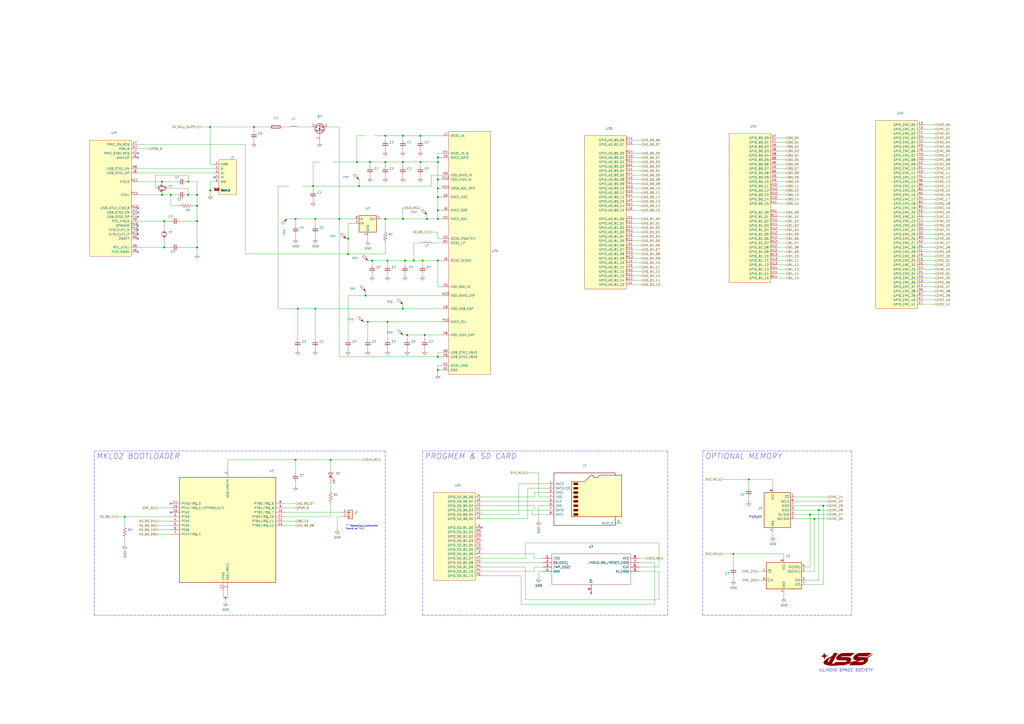
<source format=kicad_sch>
(kicad_sch (version 20211123) (generator eeschema)
  (paper "A2")
  (title_block (title "TARS - MK2 Hyrbid Microcontroller Schematic") (date "2021-01-11") (rev "A"))
  (junction (at 234.95 151.13))
  (junction (at 201.93 138.43))
  (junction (at 477.52 293.37))
  (junction (at 208.28 107.95))
  (junction (at 233.68 78.74))
  (junction (at 182.88 127))
  (junction (at 254 151.13))
  (junction (at 469.9 298.45))
  (junction (at 254 109.22))
  (junction (at 121.92 73.66))
  (junction (at 223.52 127))
  (junction (at 181.61 107.95))
  (junction (at 254 114.3))
  (junction (at 245.11 151.13))
  (junction (at 214.63 93.98))
  (junction (at 191.77 266.7))
  (junction (at 207.01 93.98))
  (junction (at 243.84 78.74))
  (junction (at 109.22 113.03))
  (junction (at 213.36 186.69))
  (junction (at 95.25 128.27))
  (junction (at 121.92 110.49))
  (junction (at 114.3 113.03))
  (junction (at 223.52 93.98))
  (junction (at 114.3 119.38))
  (junction (at 95.25 143.51))
  (junction (at 224.79 186.69))
  (junction (at 212.09 171.45))
  (junction (at 171.45 127))
  (junction (at 254 214.63))
  (junction (at 224.79 151.13))
  (junction (at 254 207.01))
  (junction (at 472.44 300.99))
  (junction (at 171.45 266.7))
  (junction (at 93.98 113.03))
  (junction (at 196.85 127))
  (junction (at 236.22 194.31))
  (junction (at 425.45 321.31))
  (junction (at 109.22 105.41))
  (junction (at 72.39 299.72))
  (junction (at 93.98 105.41))
  (junction (at 182.88 179.07))
  (junction (at 254 127))
  (junction (at 99.06 113.03))
  (junction (at 246.38 194.31))
  (junction (at 130.81 346.71))
  (junction (at 254 91.44))
  (junction (at 434.34 278.13))
  (junction (at 223.52 78.74))
  (junction (at 114.3 128.27))
  (junction (at 247.65 127))
  (junction (at 233.68 127))
  (junction (at 243.84 93.98))
  (junction (at 254 93.98))
  (junction (at 233.68 179.07))
  (junction (at 147.32 73.66))
  (junction (at 201.93 147.32))
  (junction (at 114.3 143.51))
  (junction (at 254 104.14))
  (junction (at 233.68 93.98))
  (junction (at 474.98 295.91))
  (junction (at 172.72 179.07))
  (junction (at 254 121.92))
  (junction (at 215.9 151.13))
  (junction (at 240.03 151.13))
  (no_connect (at 99.06 292.1))
  (no_connect (at 80.01 146.05))
  (no_connect (at 80.01 133.35))
  (no_connect (at 80.01 123.19))
  (no_connect (at 124.46 102.87))
  (no_connect (at 80.01 125.73))
  (no_connect (at 80.01 91.44))
  (no_connect (at 80.01 135.89))
  (no_connect (at 80.01 88.9))
  (no_connect (at 342.9 344.17))
  (no_connect (at 99.06 297.18))
  (no_connect (at 80.01 120.65))
  (no_connect (at 80.01 138.43))
  (no_connect (at 80.01 130.81))
  (no_connect (at 279.4 306.07))
  (wire (pts (xy 223.52 127) (xy 233.68 127)))
  (wire (pts (xy 256.54 91.44) (xy 254 91.44)))
  (wire (pts (xy 121.92 110.49) (xy 124.46 110.49)))
  (wire (pts (xy 240.03 140.97) (xy 240.03 151.13)))
  (wire (pts (xy 196.85 207.01) (xy 254 207.01)))
  (wire (pts (xy 535.94 158.75) (xy 542.29 158.75)))
  (wire (pts (xy 171.45 135.89) (xy 171.45 138.43)))
  (wire (pts (xy 246.38 196.85) (xy 246.38 194.31)))
  (wire (pts (xy 223.52 101.6) (xy 223.52 102.87)))
  (wire (pts (xy 205.74 129.54) (xy 201.93 129.54)))
  (wire (pts (xy 195.58 299.72) (xy 195.58 307.34)))
  (wire (pts (xy 124.46 105.41) (xy 121.92 105.41)))
  (wire (pts (xy 382.27 347.98) (xy 304.8 347.98)))
  (wire (pts (xy 379.73 326.39) (xy 379.73 350.52)))
  (wire (pts (xy 367.03 147.32) (xy 372.11 147.32)))
  (wire (pts (xy 90.17 109.22) (xy 91.44 109.22)))
  (wire (pts (xy 450.85 90.17) (xy 455.93 90.17)))
  (wire (pts (xy 535.94 153.67) (xy 542.29 153.67)))
  (wire (pts (xy 535.94 118.11) (xy 542.29 118.11)))
  (wire (pts (xy 454.66 346.71) (xy 454.66 344.17)))
  (wire (pts (xy 121.92 110.49) (xy 121.92 113.03)))
  (wire (pts (xy 213.36 186.69) (xy 224.79 186.69)))
  (wire (pts (xy 130.81 346.71) (xy 132.08 346.71)))
  (wire (pts (xy 450.85 135.89) (xy 455.93 135.89)))
  (wire (pts (xy 304.8 323.85) (xy 279.4 323.85)))
  (wire (pts (xy 181.61 93.98) (xy 181.61 107.95)))
  (wire (pts (xy 93.98 113.03) (xy 99.06 113.03)))
  (wire (pts (xy 279.4 300.99) (xy 306.07 300.99)))
  (wire (pts (xy 367.03 165.1) (xy 372.11 165.1)))
  (wire (pts (xy 114.3 143.51) (xy 114.3 147.32)))
  (wire (pts (xy 243.84 93.98) (xy 233.68 93.98)))
  (wire (pts (xy 147.32 76.2) (xy 147.32 73.66)))
  (wire (pts (xy 425.45 328.93) (xy 425.45 321.31)))
  (wire (pts (xy 256.54 114.3) (xy 254 114.3)))
  (wire (pts (xy 220.98 127) (xy 223.52 127)))
  (wire (pts (xy 107.95 105.41) (xy 109.22 105.41)))
  (wire (pts (xy 121.92 73.66) (xy 147.32 73.66)))
  (wire (pts (xy 233.68 93.98) (xy 223.52 93.98)))
  (wire (pts (xy 535.94 107.95) (xy 542.29 107.95)))
  (wire (pts (xy 254 214.63) (xy 256.54 214.63)))
  (wire (pts (xy 109.22 105.41) (xy 114.3 105.41)))
  (wire (pts (xy 535.94 166.37) (xy 542.29 166.37)))
  (wire (pts (xy 367.03 160.02) (xy 372.11 160.02)))
  (wire (pts (xy 535.94 125.73) (xy 542.29 125.73)))
  (wire (pts (xy 68.58 299.72) (xy 72.39 299.72)))
  (wire (pts (xy 236.22 201.93) (xy 236.22 203.2)))
  (wire (pts (xy 109.22 113.03) (xy 107.95 113.03)))
  (wire (pts (xy 450.85 107.95) (xy 455.93 107.95)))
  (wire (pts (xy 304.8 314.96) (xy 304.8 323.85)))
  (wire (pts (xy 370.84 326.39) (xy 379.73 326.39)))
  (wire (pts (xy 201.93 129.54) (xy 201.93 138.43)))
  (wire (pts (xy 450.85 82.55) (xy 455.93 82.55)))
  (wire (pts (xy 256.54 186.69) (xy 224.79 186.69)))
  (polyline (pts (xy 245.11 356.87) (xy 387.35 356.87)))
  (wire (pts (xy 246.38 201.93) (xy 246.38 203.2)))
  (wire (pts (xy 165.1 297.18) (xy 198.12 297.18)))
  (wire (pts (xy 132.08 266.7) (xy 171.45 266.7)))
  (wire (pts (xy 91.44 307.34) (xy 99.06 307.34)))
  (wire (pts (xy 309.88 288.29) (xy 309.88 285.75)))
  (wire (pts (xy 367.03 127) (xy 372.11 127)))
  (wire (pts (xy 472.44 331.47) (xy 472.44 300.99)))
  (wire (pts (xy 80.01 105.41) (xy 93.98 105.41)))
  (wire (pts (xy 161.29 107.95) (xy 161.29 179.07)))
  (wire (pts (xy 223.52 140.97) (xy 223.52 147.32)))
  (wire (pts (xy 450.85 143.51) (xy 455.93 143.51)))
  (wire (pts (xy 132.08 346.71) (xy 132.08 342.9)))
  (wire (pts (xy 99.06 128.27) (xy 95.25 128.27)))
  (wire (pts (xy 535.94 102.87) (xy 542.29 102.87)))
  (wire (pts (xy 425.45 321.31) (xy 454.66 321.31)))
  (wire (pts (xy 450.85 138.43) (xy 455.93 138.43)))
  (wire (pts (xy 245.11 158.75) (xy 245.11 160.02)))
  (wire (pts (xy 182.88 179.07) (xy 233.68 179.07)))
  (wire (pts (xy 256.54 88.9) (xy 254 88.9)))
  (wire (pts (xy 210.82 266.7) (xy 191.77 266.7)))
  (wire (pts (xy 201.93 138.43) (xy 201.93 147.32)))
  (wire (pts (xy 467.36 336.55) (xy 474.98 336.55)))
  (wire (pts (xy 367.03 106.68) (xy 372.11 106.68)))
  (wire (pts (xy 382.27 314.96) (xy 304.8 314.96)))
  (wire (pts (xy 535.94 123.19) (xy 542.29 123.19)))
  (wire (pts (xy 535.94 146.05) (xy 542.29 146.05)))
  (polyline (pts (xy 387.35 261.62) (xy 245.11 261.62)))
  (wire (pts (xy 367.03 88.9) (xy 372.11 88.9)))
  (wire (pts (xy 236.22 196.85) (xy 236.22 194.31)))
  (wire (pts (xy 370.84 323.85) (xy 374.65 323.85)))
  (wire (pts (xy 191.77 271.78) (xy 191.77 266.7)))
  (wire (pts (xy 367.03 96.52) (xy 372.11 96.52)))
  (wire (pts (xy 367.03 134.62) (xy 372.11 134.62)))
  (wire (pts (xy 254 212.09) (xy 254 214.63)))
  (wire (pts (xy 165.1 302.26) (xy 171.45 302.26)))
  (wire (pts (xy 182.88 201.93) (xy 182.88 203.2)))
  (wire (pts (xy 480.06 290.83) (xy 461.01 290.83)))
  (wire (pts (xy 535.94 82.55) (xy 542.29 82.55)))
  (wire (pts (xy 182.88 127) (xy 196.85 127)))
  (wire (pts (xy 223.52 93.98) (xy 214.63 93.98)))
  (wire (pts (xy 535.94 80.01) (xy 542.29 80.01)))
  (wire (pts (xy 450.85 140.97) (xy 455.93 140.97)))
  (wire (pts (xy 367.03 83.82) (xy 372.11 83.82)))
  (wire (pts (xy 254 104.14) (xy 254 109.22)))
  (wire (pts (xy 175.26 107.95) (xy 181.61 107.95)))
  (wire (pts (xy 309.88 331.47) (xy 279.4 331.47)))
  (wire (pts (xy 461.01 298.45) (xy 469.9 298.45)))
  (wire (pts (xy 382.27 331.47) (xy 382.27 347.98)))
  (wire (pts (xy 161.29 179.07) (xy 172.72 179.07)))
  (wire (pts (xy 535.94 135.89) (xy 542.29 135.89)))
  (wire (pts (xy 535.94 87.63) (xy 542.29 87.63)))
  (wire (pts (xy 142.24 83.82) (xy 80.01 83.82)))
  (polyline (pts (xy 54.61 261.62) (xy 54.61 356.87)))
  (wire (pts (xy 450.85 115.57) (xy 455.93 115.57)))
  (wire (pts (xy 223.52 86.36) (xy 223.52 87.63)))
  (wire (pts (xy 104.14 128.27) (xy 114.3 128.27)))
  (wire (pts (xy 91.44 302.26) (xy 99.06 302.26)))
  (wire (pts (xy 214.63 93.98) (xy 214.63 96.52)))
  (wire (pts (xy 214.63 101.6) (xy 214.63 102.87)))
  (wire (pts (xy 256.54 121.92) (xy 254 121.92)))
  (wire (pts (xy 469.9 298.45) (xy 480.06 298.45)))
  (wire (pts (xy 254 207.01) (xy 254 204.47)))
  (wire (pts (xy 309.88 323.85) (xy 314.96 323.85)))
  (wire (pts (xy 80.01 113.03) (xy 93.98 113.03)))
  (wire (pts (xy 314.96 328.93) (xy 309.88 328.93)))
  (wire (pts (xy 535.94 143.51) (xy 542.29 143.51)))
  (wire (pts (xy 196.85 127) (xy 196.85 207.01)))
  (wire (pts (xy 312.42 335.28) (xy 312.42 331.47)))
  (wire (pts (xy 114.3 119.38) (xy 114.3 128.27)))
  (wire (pts (xy 171.45 127) (xy 171.45 130.81)))
  (wire (pts (xy 419.1 321.31) (xy 425.45 321.31)))
  (wire (pts (xy 312.42 293.37) (xy 317.5 293.37)))
  (polyline (pts (xy 387.35 261.62) (xy 387.35 356.87)))
  (wire (pts (xy 233.68 101.6) (xy 233.68 102.87)))
  (wire (pts (xy 212.09 168.91) (xy 212.09 171.45)))
  (polyline (pts (xy 494.03 261.62) (xy 407.67 261.62)))
  (wire (pts (xy 207.01 93.98) (xy 207.01 78.74)))
  (wire (pts (xy 535.94 97.79) (xy 542.29 97.79)))
  (wire (pts (xy 312.42 288.29) (xy 317.5 288.29)))
  (wire (pts (xy 477.52 339.09) (xy 477.52 293.37)))
  (wire (pts (xy 99.06 113.03) (xy 102.87 113.03)))
  (wire (pts (xy 450.85 130.81) (xy 455.93 130.81)))
  (wire (pts (xy 80.01 100.33) (xy 124.46 100.33)))
  (wire (pts (xy 195.58 299.72) (xy 198.12 299.72)))
  (wire (pts (xy 450.85 102.87) (xy 455.93 102.87)))
  (wire (pts (xy 200.66 138.43) (xy 201.93 138.43)))
  (wire (pts (xy 254 207.01) (xy 256.54 207.01)))
  (wire (pts (xy 233.68 78.74) (xy 243.84 78.74)))
  (wire (pts (xy 535.94 85.09) (xy 542.29 85.09)))
  (wire (pts (xy 247.65 127) (xy 254 127)))
  (wire (pts (xy 182.88 130.81) (xy 182.88 127)))
  (wire (pts (xy 215.9 158.75) (xy 215.9 160.02)))
  (wire (pts (xy 72.39 316.23) (xy 72.39 312.42)))
  (wire (pts (xy 441.96 336.55) (xy 439.42 336.55)))
  (wire (pts (xy 256.54 104.14) (xy 254 104.14)))
  (wire (pts (xy 469.9 328.93) (xy 469.9 298.45)))
  (wire (pts (xy 309.88 321.31) (xy 279.4 321.31)))
  (wire (pts (xy 256.54 151.13) (xy 254 151.13)))
  (wire (pts (xy 535.94 110.49) (xy 542.29 110.49)))
  (wire (pts (xy 129.54 346.71) (xy 130.81 346.71)))
  (wire (pts (xy 172.72 201.93) (xy 172.72 203.2)))
  (wire (pts (xy 171.45 294.64) (xy 165.1 294.64)))
  (wire (pts (xy 450.85 146.05) (xy 455.93 146.05)))
  (wire (pts (xy 367.03 114.3) (xy 372.11 114.3)))
  (wire (pts (xy 279.4 290.83) (xy 317.5 290.83)))
  (wire (pts (xy 245.11 151.13) (xy 254 151.13)))
  (wire (pts (xy 147.32 73.66) (xy 156.21 73.66)))
  (wire (pts (xy 450.85 123.19) (xy 455.93 123.19)))
  (wire (pts (xy 147.32 81.28) (xy 147.32 82.55)))
  (wire (pts (xy 367.03 81.28) (xy 372.11 81.28)))
  (wire (pts (xy 223.52 133.35) (xy 223.52 127)))
  (wire (pts (xy 254 138.43) (xy 256.54 138.43)))
  (wire (pts (xy 223.52 93.98) (xy 223.52 96.52)))
  (wire (pts (xy 254 93.98) (xy 243.84 93.98)))
  (wire (pts (xy 535.94 77.47) (xy 542.29 77.47)))
  (wire (pts (xy 367.03 93.98) (xy 372.11 93.98)))
  (wire (pts (xy 434.34 290.83) (xy 434.34 288.29)))
  (wire (pts (xy 450.85 125.73) (xy 455.93 125.73)))
  (wire (pts (xy 450.85 110.49) (xy 455.93 110.49)))
  (wire (pts (xy 215.9 151.13) (xy 224.79 151.13)))
  (wire (pts (xy 306.07 283.21) (xy 317.5 283.21)))
  (wire (pts (xy 171.45 266.7) (xy 191.77 266.7)))
  (wire (pts (xy 367.03 152.4) (xy 372.11 152.4)))
  (wire (pts (xy 434.34 283.21) (xy 434.34 278.13)))
  (wire (pts (xy 367.03 111.76) (xy 372.11 111.76)))
  (wire (pts (xy 450.85 87.63) (xy 455.93 87.63)))
  (wire (pts (xy 251.46 140.97) (xy 256.54 140.97)))
  (wire (pts (xy 474.98 336.55) (xy 474.98 295.91)))
  (wire (pts (xy 535.94 173.99) (xy 542.29 173.99)))
  (wire (pts (xy 191.77 284.48) (xy 191.77 279.4)))
  (wire (pts (xy 210.82 186.69) (xy 213.36 186.69)))
  (wire (pts (xy 312.42 288.29) (xy 312.42 274.32)))
  (wire (pts (xy 72.39 299.72) (xy 72.39 304.8)))
  (wire (pts (xy 254 109.22) (xy 254 114.3)))
  (wire (pts (xy 367.03 109.22) (xy 372.11 109.22)))
  (wire (pts (xy 279.4 288.29) (xy 309.88 288.29)))
  (wire (pts (xy 224.79 151.13) (xy 234.95 151.13)))
  (wire (pts (xy 477.52 293.37) (xy 480.06 293.37)))
  (wire (pts (xy 99.06 119.38) (xy 104.14 119.38)))
  (wire (pts (xy 300.99 280.67) (xy 317.5 280.67)))
  (wire (pts (xy 254 204.47) (xy 256.54 204.47)))
  (wire (pts (xy 223.52 78.74) (xy 233.68 78.74)))
  (wire (pts (xy 535.94 133.35) (xy 542.29 133.35)))
  (wire (pts (xy 224.79 158.75) (xy 224.79 160.02)))
  (wire (pts (xy 95.25 133.35) (xy 95.25 128.27)))
  (wire (pts (xy 314.96 326.39) (xy 279.4 326.39)))
  (wire (pts (xy 109.22 109.22) (xy 109.22 113.03)))
  (wire (pts (xy 185.42 93.98) (xy 181.61 93.98)))
  (wire (pts (xy 191.77 292.1) (xy 191.77 299.72)))
  (wire (pts (xy 425.45 336.55) (xy 425.45 334.01)))
  (wire (pts (xy 367.03 144.78) (xy 372.11 144.78)))
  (wire (pts (xy 450.85 128.27) (xy 455.93 128.27)))
  (wire (pts (xy 172.72 73.66) (xy 180.34 73.66)))
  (wire (pts (xy 223.52 78.74) (xy 217.17 78.74)))
  (wire (pts (xy 234.95 153.67) (xy 234.95 151.13)))
  (wire (pts (xy 114.3 113.03) (xy 114.3 119.38)))
  (wire (pts (xy 309.88 295.91) (xy 317.5 295.91)))
  (wire (pts (xy 300.99 298.45) (xy 300.99 280.67)))
  (wire (pts (xy 213.36 196.85) (xy 213.36 186.69)))
  (wire (pts (xy 450.85 148.59) (xy 455.93 148.59)))
  (wire (pts (xy 535.94 171.45) (xy 542.29 171.45)))
  (wire (pts (xy 450.85 80.01) (xy 455.93 80.01)))
  (wire (pts (xy 161.29 107.95) (xy 167.64 107.95)))
  (wire (pts (xy 367.03 104.14) (xy 372.11 104.14)))
  (wire (pts (xy 208.28 104.14) (xy 208.28 107.95)))
  (wire (pts (xy 234.95 158.75) (xy 234.95 160.02)))
  (wire (pts (xy 535.94 163.83) (xy 542.29 163.83)))
  (wire (pts (xy 367.03 139.7) (xy 372.11 139.7)))
  (wire (pts (xy 279.4 298.45) (xy 300.99 298.45)))
  (wire (pts (xy 236.22 194.31) (xy 246.38 194.31)))
  (wire (pts (xy 111.76 119.38) (xy 114.3 119.38)))
  (wire (pts (xy 367.03 99.06) (xy 372.11 99.06)))
  (wire (pts (xy 450.85 156.21) (xy 455.93 156.21)))
  (wire (pts (xy 90.17 109.22) (xy 90.17 101.6)))
  (wire (pts (xy 467.36 328.93) (xy 469.9 328.93)))
  (wire (pts (xy 450.85 92.71) (xy 455.93 92.71)))
  (wire (pts (xy 250.19 134.62) (xy 254 134.62)))
  (wire (pts (xy 450.85 105.41) (xy 455.93 105.41)))
  (wire (pts (xy 234.95 151.13) (xy 240.03 151.13)))
  (wire (pts (xy 196.85 127) (xy 205.74 127)))
  (wire (pts (xy 233.68 194.31) (xy 236.22 194.31)))
  (wire (pts (xy 93.98 105.41) (xy 102.87 105.41)))
  (wire (pts (xy 450.85 97.79) (xy 455.93 97.79)))
  (wire (pts (xy 535.94 156.21) (xy 542.29 156.21)))
  (wire (pts (xy 535.94 161.29) (xy 542.29 161.29)))
  (wire (pts (xy 480.06 300.99) (xy 472.44 300.99)))
  (wire (pts (xy 201.93 196.85) (xy 201.93 171.45)))
  (wire (pts (xy 367.03 162.56) (xy 372.11 162.56)))
  (wire (pts (xy 72.39 299.72) (xy 99.06 299.72)))
  (wire (pts (xy 254 214.63) (xy 254 217.17)))
  (wire (pts (xy 256.54 212.09) (xy 254 212.09)))
  (wire (pts (xy 80.01 128.27) (xy 95.25 128.27)))
  (wire (pts (xy 95.25 143.51) (xy 95.25 138.43)))
  (wire (pts (xy 233.68 179.07) (xy 256.54 179.07)))
  (wire (pts (xy 124.46 97.79) (xy 80.01 97.79)))
  (wire (pts (xy 434.34 278.13) (xy 448.31 278.13)))
  (polyline (pts (xy 223.52 261.62) (xy 54.61 261.62)))
  (wire (pts (xy 86.36 86.36) (xy 80.01 86.36)))
  (wire (pts (xy 171.45 292.1) (xy 165.1 292.1)))
  (wire (pts (xy 480.06 295.91) (xy 474.98 295.91)))
  (wire (pts (xy 233.68 86.36) (xy 233.68 87.63)))
  (wire (pts (xy 212.09 171.45) (xy 256.54 171.45)))
  (wire (pts (xy 450.85 158.75) (xy 455.93 158.75)))
  (wire (pts (xy 309.88 285.75) (xy 317.5 285.75)))
  (wire (pts (xy 312.42 331.47) (xy 314.96 331.47)))
  (wire (pts (xy 535.94 168.91) (xy 542.29 168.91)))
  (wire (pts (xy 130.81 346.71) (xy 130.81 349.25)))
  (wire (pts (xy 250.19 101.6) (xy 250.19 107.95)))
  (wire (pts (xy 245.11 153.67) (xy 245.11 151.13)))
  (wire (pts (xy 370.84 331.47) (xy 382.27 331.47)))
  (wire (pts (xy 439.42 331.47) (xy 441.96 331.47)))
  (wire (pts (xy 450.85 95.25) (xy 455.93 95.25)))
  (wire (pts (xy 367.03 137.16) (xy 372.11 137.16)))
  (wire (pts (xy 254 93.98) (xy 254 104.14)))
  (wire (pts (xy 535.94 120.65) (xy 542.29 120.65)))
  (polyline (pts (xy 407.67 261.62) (xy 407.67 356.87)))
  (wire (pts (xy 213.36 137.16) (xy 213.36 139.7)))
  (wire (pts (xy 461.01 293.37) (xy 477.52 293.37)))
  (wire (pts (xy 450.85 151.13) (xy 455.93 151.13)))
  (wire (pts (xy 309.88 321.31) (xy 309.88 323.85)))
  (wire (pts (xy 302.26 334.01) (xy 279.4 334.01)))
  (wire (pts (xy 185.42 81.28) (xy 185.42 82.55)))
  (wire (pts (xy 181.61 115.57) (xy 181.61 116.84)))
  (wire (pts (xy 182.88 179.07) (xy 182.88 196.85)))
  (wire (pts (xy 254 88.9) (xy 254 91.44)))
  (wire (pts (xy 304.8 328.93) (xy 279.4 328.93)))
  (wire (pts (xy 99.06 304.8) (xy 91.44 304.8)))
  (wire (pts (xy 256.54 109.22) (xy 254 109.22)))
  (wire (pts (xy 142.24 83.82) (xy 142.24 147.32)))
  (wire (pts (xy 224.79 196.85) (xy 224.79 186.69)))
  (wire (pts (xy 308.61 298.45) (xy 317.5 298.45)))
  (polyline (pts (xy 494.03 356.87) (xy 494.03 261.62)))
  (polyline (pts (xy 245.11 261.62) (xy 245.11 356.87)))
  (wire (pts (xy 450.85 85.09) (xy 455.93 85.09)))
  (wire (pts (xy 535.94 113.03) (xy 542.29 113.03)))
  (wire (pts (xy 535.94 138.43) (xy 542.29 138.43)))
  (wire (pts (xy 207.01 78.74) (xy 212.09 78.74)))
  (wire (pts (xy 367.03 119.38) (xy 372.11 119.38)))
  (wire (pts (xy 309.88 293.37) (xy 279.4 293.37)))
  (wire (pts (xy 535.94 72.39) (xy 542.29 72.39)))
  (wire (pts (xy 370.84 328.93) (xy 382.27 328.93)))
  (wire (pts (xy 215.9 151.13) (xy 215.9 153.67)))
  (wire (pts (xy 93.98 111.76) (xy 93.98 113.03)))
  (wire (pts (xy 279.4 295.91) (xy 308.61 295.91)))
  (wire (pts (xy 450.85 113.03) (xy 455.93 113.03)))
  (wire (pts (xy 243.84 101.6) (xy 243.84 102.87)))
  (wire (pts (xy 191.77 299.72) (xy 165.1 299.72)))
  (wire (pts (xy 196.85 73.66) (xy 196.85 127)))
  (wire (pts (xy 243.84 140.97) (xy 240.03 140.97)))
  (wire (pts (xy 535.94 115.57) (xy 542.29 115.57)))
  (wire (pts (xy 306.07 274.32) (xy 312.42 274.32)))
  (wire (pts (xy 121.92 95.25) (xy 121.92 73.66)))
  (polyline (pts (xy 54.61 356.87) (xy 223.52 356.87)))
  (wire (pts (xy 243.84 86.36) (xy 243.84 87.63)))
  (wire (pts (xy 309.88 328.93) (xy 309.88 331.47)))
  (wire (pts (xy 535.94 95.25) (xy 542.29 95.25)))
  (wire (pts (xy 461.01 288.29) (xy 480.06 288.29)))
  (wire (pts (xy 171.45 279.4) (xy 171.45 281.94)))
  (wire (pts (xy 93.98 106.68) (xy 93.98 105.41)))
  (wire (pts (xy 379.73 350.52) (xy 302.26 350.52)))
  (wire (pts (xy 367.03 91.44) (xy 372.11 91.44)))
  (wire (pts (xy 256.54 78.74) (xy 243.84 78.74)))
  (wire (pts (xy 163.83 73.66) (xy 167.64 73.66)))
  (wire (pts (xy 243.84 81.28) (xy 243.84 78.74)))
  (wire (pts (xy 201.93 201.93) (xy 201.93 203.2)))
  (polyline (pts (xy 223.52 356.87) (xy 223.52 261.62)))
  (wire (pts (xy 461.01 300.99) (xy 472.44 300.99)))
  (wire (pts (xy 213.36 201.93) (xy 213.36 203.2)))
  (wire (pts (xy 419.1 278.13) (xy 434.34 278.13)))
  (wire (pts (xy 193.04 93.98) (xy 207.01 93.98)))
  (wire (pts (xy 208.28 107.95) (xy 181.61 107.95)))
  (wire (pts (xy 171.45 304.8) (xy 165.1 304.8)))
  (wire (pts (xy 467.36 339.09) (xy 477.52 339.09)))
  (wire (pts (xy 95.25 143.51) (xy 99.06 143.51)))
  (wire (pts (xy 233.68 127) (xy 247.65 127)))
  (wire (pts (xy 114.3 105.41) (xy 114.3 113.03)))
  (wire (pts (xy 201.93 171.45) (xy 212.09 171.45)))
  (wire (pts (xy 367.03 121.92) (xy 372.11 121.92)))
  (wire (pts (xy 247.65 124.46) (xy 247.65 127)))
  (wire (pts (xy 302.26 350.52) (xy 302.26 334.01)))
  (wire (pts (xy 367.03 129.54) (xy 372.11 129.54)))
  (wire (pts (xy 254 151.13) (xy 254 166.37)))
  (wire (pts (xy 256.54 127) (xy 254 127)))
  (wire (pts (xy 535.94 128.27) (xy 542.29 128.27)))
  (wire (pts (xy 246.38 194.31) (xy 256.54 194.31)))
  (wire (pts (xy 448.31 311.15) (xy 448.31 308.61)))
  (wire (pts (xy 535.94 176.53) (xy 542.29 176.53)))
  (wire (pts (xy 142.24 147.32) (xy 201.93 147.32)))
  (wire (pts (xy 171.45 127) (xy 182.88 127)))
  (wire (pts (xy 254 114.3) (xy 254 121.92)))
  (wire (pts (xy 224.79 151.13) (xy 224.79 153.67)))
  (wire (pts (xy 367.03 157.48) (xy 372.11 157.48)))
  (wire (pts (xy 535.94 151.13) (xy 542.29 151.13)))
  (wire (pts (xy 233.68 120.65) (xy 233.68 127)))
  (wire (pts (xy 99.06 113.03) (xy 99.06 119.38)))
  (wire (pts (xy 367.03 101.6) (xy 372.11 101.6)))
  (wire (pts (xy 181.61 110.49) (xy 181.61 107.95)))
  (wire (pts (xy 254 121.92) (xy 254 127)))
  (wire (pts (xy 367.03 142.24) (xy 372.11 142.24)))
  (wire (pts (xy 535.94 148.59) (xy 542.29 148.59)))
  (wire (pts (xy 461.01 295.91) (xy 474.98 295.91)))
  (wire (pts (xy 172.72 179.07) (xy 172.72 196.85)))
  (wire (pts (xy 109.22 113.03) (xy 114.3 113.03)))
  (wire (pts (xy 129.54 342.9) (xy 129.54 346.71)))
  (wire (pts (xy 312.42 293.37) (xy 312.42 302.26)))
  (wire (pts (xy 254 166.37) (xy 256.54 166.37)))
  (wire (pts (xy 240.03 151.13) (xy 245.11 151.13)))
  (wire (pts (xy 450.85 161.29) (xy 455.93 161.29)))
  (wire (pts (xy 121.92 95.25) (xy 124.46 95.25)))
  (wire (pts (xy 233.68 81.28) (xy 233.68 78.74)))
  (wire (pts (xy 121.92 105.41) (xy 121.92 110.49)))
  (wire (pts (xy 535.94 100.33) (xy 542.29 100.33)))
  (wire (pts (xy 535.94 90.17) (xy 542.29 90.17)))
  (wire (pts (xy 450.85 100.33) (xy 455.93 100.33)))
  (wire (pts (xy 172.72 179.07) (xy 182.88 179.07)))
  (wire (pts (xy 190.5 73.66) (xy 196.85 73.66)))
  (wire (pts (xy 233.68 176.53) (xy 233.68 179.07)))
  (wire (pts (xy 304.8 347.98) (xy 304.8 328.93)))
  (wire (pts (xy 224.79 201.93) (xy 224.79 203.2)))
  (wire (pts (xy 104.14 143.51) (xy 114.3 143.51)))
  (wire (pts (xy 116.84 73.66) (xy 121.92 73.66)))
  (wire (pts (xy 450.85 153.67) (xy 455.93 153.67)))
  (wire (pts (xy 91.44 294.64) (xy 99.06 294.64)))
  (wire (pts (xy 454.66 321.31) (xy 454.66 323.85)))
  (wire (pts (xy 309.88 295.91) (xy 309.88 293.37)))
  (wire (pts (xy 448.31 278.13) (xy 448.31 283.21)))
  (wire (pts (xy 114.3 128.27) (xy 114.3 143.51)))
  (wire (pts (xy 535.94 140.97) (xy 542.29 140.97)))
  (wire (pts (xy 308.61 295.91) (xy 308.61 298.45)))
  (wire (pts (xy 223.52 78.74) (xy 223.52 81.28)))
  (wire (pts (xy 250.19 107.95) (xy 208.28 107.95)))
  (wire (pts (xy 166.37 127) (xy 171.45 127)))
  (wire (pts (xy 382.27 328.93) (xy 382.27 314.96)))
  (wire (pts (xy 535.94 105.41) (xy 542.29 105.41)))
  (wire (pts (xy 535.94 74.93) (xy 542.29 74.93)))
  (wire (pts (xy 256.54 101.6) (xy 250.19 101.6)))
  (wire (pts (xy 367.03 154.94) (xy 372.11 154.94)))
  (wire (pts (xy 467.36 331.47) (xy 472.44 331.47)))
  (wire (pts (xy 182.88 135.89) (xy 182.88 138.43)))
  (wire (pts (xy 80.01 143.51) (xy 95.25 143.51)))
  (wire (pts (xy 109.22 101.6) (xy 109.22 105.41)))
  (wire (pts (xy 171.45 274.32) (xy 171.45 266.7)))
  (wire (pts (xy 535.94 92.71) (xy 542.29 92.71)))
  (wire (pts (xy 450.85 118.11) (xy 455.93 118.11)))
  (wire (pts (xy 367.03 149.86) (xy 372.11 149.86)))
  (wire (pts (xy 450.85 133.35) (xy 455.93 133.35)))
  (wire (pts (xy 213.36 151.13) (xy 215.9 151.13)))
  (wire (pts (xy 90.17 101.6) (xy 109.22 101.6)))
  (wire (pts (xy 367.03 116.84) (xy 372.11 116.84)))
  (wire (pts (xy 535.94 130.81) (xy 542.29 130.81)))
  (wire (pts (xy 243.84 96.52) (xy 243.84 93.98)))
  (polyline (pts (xy 407.67 356.87) (xy 494.03 356.87)))
  (wire (pts (xy 201.93 147.32) (xy 223.52 147.32)))
  (wire (pts (xy 306.07 300.99) (xy 306.07 283.21)))
  (wire (pts (xy 132.08 266.7) (xy 132.08 271.78)))
  (wire (pts (xy 367.03 132.08) (xy 372.11 132.08)))
  (wire (pts (xy 233.68 96.52) (xy 233.68 93.98)))
  (wire (pts (xy 96.52 109.22) (xy 109.22 109.22)))
  (wire (pts (xy 214.63 93.98) (xy 207.01 93.98)))
  (wire (pts (xy 99.06 309.88) (xy 91.44 309.88)))
  (wire (pts (xy 254 91.44) (xy 254 93.98)))
  (wire (pts (xy 254 134.62) (xy 254 138.43)))
  (text "PSRAM" (at 434.34 300.99 0) (effects (font (size 1.4986 1.4986)) (justify left bottom)))
  (text "MKL02 BOOTLOADER" (at 55.88 266.7 0) (effects (font (size 3.2004 3.2004) italic) (justify left bottom)))
  (text "ILLINOIS SPACE SOCIETY" (at 474.98 389.89 0) (effects (font (size 1.7018 1.7018) italic) (justify left bottom)))
  (text "^^^ Replacing pushbutton\nfound on T4.1" (at 200.66 307.34 0) (effects (font (size 0.9906 0.9906)) (justify left bottom)))
  (text "PROGMEM & SD CARD" (at 246.38 266.7 0) (effects (font (size 3.2004 3.2004) italic) (justify left bottom)))
  (text "OPTIONAL MEMORY" (at 408.94 266.7 0) (effects (font (size 3.2004 3.2004) italic) (justify left bottom)))
  (hierarchical_label "B0_02" (shape input) (at 455.93 85.09 0))
  (hierarchical_label "POR_B" (shape input) (at 86.36 86.36 0))
  (hierarchical_label "AD_B0_13" (shape input) (at 372.11 116.84 0))
  (hierarchical_label "B1_10" (shape input) (at 455.93 148.59 0))
  (hierarchical_label "EMC_18" (shape input) (at 542.29 118.11 0))
  (hierarchical_label "B1_01" (shape input) (at 455.93 125.73 0))
  (hierarchical_label "AD_B1_12" (shape input) (at 372.11 157.48 0))
  (hierarchical_label "B1_13" (shape input) (at 455.93 156.21 0))
  (hierarchical_label "AD_B1_14" (shape input) (at 372.11 162.56 0))
  (hierarchical_label "B1_03" (shape input) (at 455.93 130.81 0))
  (hierarchical_label "B1_07" (shape input) (at 455.93 140.97 0))
  (hierarchical_label "B0_12" (shape input) (at 455.93 110.49 0))
  (hierarchical_label "AD_B0_04" (shape input) (at 372.11 99.06 0))
  (hierarchical_label "EMC_00" (shape input) (at 542.29 72.39 0))
  (hierarchical_label "AD_B0_12" (shape input) (at 372.11 114.3 0))
  (hierarchical_label "EMC_26" (shape input) (at 480.06 300.99 0))
  (hierarchical_label "POR_B" (shape input) (at 171.45 294.64 0))
  (hierarchical_label "B1_12" (shape input) (at 455.93 153.67 0))
  (hierarchical_label "B1_00" (shape input) (at 455.93 123.19 0))
  (hierarchical_label "EMC_15" (shape input) (at 542.29 110.49 0))
  (hierarchical_label "B1_04" (shape input) (at 455.93 133.35 0))
  (hierarchical_label "AD_B1_01" (shape input) (at 372.11 129.54 0))
  (hierarchical_label "B1_05" (shape input) (at 455.93 135.89 0))
  (hierarchical_label "EMC_27" (shape input) (at 542.29 140.97 0))
  (hierarchical_label "EMC_37" (shape input) (at 542.29 166.37 0))
  (hierarchical_label "B0_06" (shape input) (at 455.93 95.25 0))
  (hierarchical_label "B1_14" (shape input) (at 455.93 158.75 0))
  (hierarchical_label "EMC_01" (shape input) (at 91.44 294.64 180))
  (hierarchical_label "EMC_12" (shape input) (at 542.29 102.87 0))
  (hierarchical_label "AD_B1_03" (shape input) (at 372.11 134.62 0))
  (hierarchical_label "EMC_28" (shape input) (at 542.29 143.51 0))
  (hierarchical_label "AD_B1_00" (shape input) (at 372.11 127 0))
  (hierarchical_label "B0_15" (shape input) (at 455.93 118.11 0))
  (hierarchical_label "AD_B0_11" (shape input) (at 372.11 111.76 0))
  (hierarchical_label "EMC_30" (shape input) (at 542.29 148.59 0))
  (hierarchical_label "EMC_03" (shape input) (at 542.29 80.01 0))
  (hierarchical_label "EMC_24" (shape input) (at 480.06 288.29 0))
  (hierarchical_label "EMC_16" (shape input) (at 542.29 113.03 0))
  (hierarchical_label "EMC_11" (shape input) (at 542.29 100.33 0))
  (hierarchical_label "EMC_19" (shape input) (at 542.29 120.65 0))
  (hierarchical_label "EMC_38" (shape input) (at 542.29 168.91 0))
  (hierarchical_label "AD_B1_04" (shape input) (at 372.11 137.16 0))
  (hierarchical_label "B0_04" (shape input) (at 455.93 90.17 0))
  (hierarchical_label "AD_B1_02" (shape input) (at 372.11 132.08 0))
  (hierarchical_label "AD_B0_08" (shape input) (at 372.11 104.14 0))
  (hierarchical_label "B0_08" (shape input) (at 455.93 100.33 0))
  (hierarchical_label "B1_11" (shape input) (at 455.93 151.13 0))
  (hierarchical_label "AD_B0_07" (shape input) (at 171.45 292.1 0))
  (hierarchical_label "AD_B0_06" (shape input) (at 372.11 81.28 0))
  (hierarchical_label "EMC_04" (shape input) (at 542.29 82.55 0))
  (hierarchical_label "AD_B1_08" (shape input) (at 372.11 147.32 0))
  (hierarchical_label "B0_05" (shape input) (at 455.93 92.71 0))
  (hierarchical_label "EMC_29" (shape input) (at 542.29 146.05 0))
  (hierarchical_label "EMC_05" (shape input) (at 542.29 85.09 0))
  (hierarchical_label "EMC_41" (shape input) (at 542.29 176.53 0))
  (hierarchical_label "3V3_MCU" (shape input) (at 419.1 321.31 180))
  (hierarchical_label "AD_B1_06" (shape input) (at 372.11 142.24 0))
  (hierarchical_label "B0_13" (shape input) (at 171.45 302.26 0))
  (hierarchical_label "B0_09" (shape input) (at 455.93 102.87 0))
  (hierarchical_label "5V_MCU_SUPPLY" (shape input) (at 116.84 73.66 180))
  (hierarchical_label "AD_B0_04" (shape input) (at 91.44 302.26 180))
  (hierarchical_label "EMC_13" (shape input) (at 542.29 105.41 0))
  (hierarchical_label "AD_B0_03" (shape input) (at 372.11 96.52 0))
  (hierarchical_label "AD_B0_11" (shape input) (at 68.58 299.72 180))
  (hierarchical_label "B0_11" (shape input) (at 455.93 107.95 0))
  (hierarchical_label "AD_B0_09" (shape input) (at 91.44 309.88 180))
  (hierarchical_label "AD_B1_10" (shape input) (at 372.11 152.4 0))
  (hierarchical_label "EMC_23" (shape input) (at 542.29 130.81 0))
  (hierarchical_label "EMC_39" (shape input) (at 542.29 171.45 0))
  (hierarchical_label "EMC_14" (shape input) (at 542.29 107.95 0))
  (hierarchical_label "B0_10" (shape input) (at 455.93 105.41 0))
  (hierarchical_label "EMC_33" (shape input) (at 542.29 156.21 0))
  (hierarchical_label "B0_03" (shape input) (at 455.93 87.63 0))
  (hierarchical_label "EMC_02" (shape input) (at 542.29 77.47 0))
  (hierarchical_label "AD_B0_09" (shape input) (at 372.11 106.68 0))
  (hierarchical_label "AD_B0_11" (shape input) (at 250.19 134.62 180))
  (hierarchical_label "3V3_MCU" (shape input) (at 419.1 278.13 180))
  (hierarchical_label "AD_B0_06" (shape input) (at 91.44 304.8 180))
  (hierarchical_label "EMC_21" (shape input) (at 542.29 125.73 0))
  (hierarchical_label "3V3_MCU" (shape input) (at 306.07 274.32 180))
  (hierarchical_label "EMC_08" (shape input) (at 542.29 92.71 0))
  (hierarchical_label "EMC_17" (shape input) (at 542.29 115.57 0))
  (hierarchical_label "EMC_26" (shape input) (at 542.29 138.43 0))
  (hierarchical_label "EMC_40" (shape input) (at 542.29 173.99 0))
  (hierarchical_label "AD_B0_15" (shape input) (at 372.11 121.92 0))
  (hierarchical_label "B0_00" (shape input) (at 455.93 80.01 0))
  (hierarchical_label "EMC_22" (shape input) (at 439.42 331.47 180))
  (hierarchical_label "AD_B0_08" (shape input) (at 171.45 304.8 0))
  (hierarchical_label "EMC_36" (shape input) (at 542.29 163.83 0))
  (hierarchical_label "AD_B0_10" (shape input) (at 372.11 109.22 0))
  (hierarchical_label "EMC_20" (shape input) (at 542.29 123.19 0))
  (hierarchical_label "EMC_25" (shape input) (at 542.29 135.89 0))
  (hierarchical_label "AD_B0_07" (shape input) (at 372.11 83.82 0))
  (hierarchical_label "B1_08" (shape input) (at 455.93 143.51 0))
  (hierarchical_label "3V3_MCU" (shape input) (at 374.65 323.85 0))
  (hierarchical_label "EMC_27" (shape input) (at 480.06 298.45 0))
  (hierarchical_label "B1_09" (shape input) (at 455.93 146.05 0))
  (hierarchical_label "AD_B1_05" (shape input) (at 372.11 139.7 0))
  (hierarchical_label "AD_B0_05" (shape input) (at 372.11 101.6 0))
  (hierarchical_label "AD_B0_10" (shape input) (at 91.44 307.34 180))
  (hierarchical_label "AD_B0_01" (shape input) (at 372.11 91.44 0))
  (hierarchical_label "EMC_24" (shape input) (at 542.29 133.35 0))
  (hierarchical_label "B0_07" (shape input) (at 455.93 97.79 0))
  (hierarchical_label "EMC_31" (shape input) (at 542.29 151.13 0))
  (hierarchical_label "EMC_09" (shape input) (at 542.29 95.25 0))
  (hierarchical_label "AD_B1_15" (shape input) (at 372.11 165.1 0))
  (hierarchical_label "EMC_22" (shape input) (at 542.29 128.27 0))
  (hierarchical_label "AD_B1_07" (shape input) (at 372.11 144.78 0))
  (hierarchical_label "AD_B1_13" (shape input) (at 372.11 160.02 0))
  (hierarchical_label "B1_06" (shape input) (at 455.93 138.43 0))
  (hierarchical_label "EMC_35" (shape input) (at 542.29 161.29 0))
  (hierarchical_label "B1_02" (shape input) (at 455.93 128.27 0))
  (hierarchical_label "AD_B0_00" (shape input) (at 372.11 88.9 0))
  (hierarchical_label "EMC_06" (shape input) (at 542.29 87.63 0))
  (hierarchical_label "EMC_10" (shape input) (at 542.29 97.79 0))
  (hierarchical_label "EMC_25" (shape input) (at 480.06 290.83 0))
  (hierarchical_label "AD_B0_02" (shape input) (at 372.11 93.98 0))
  (hierarchical_label "EMC_07" (shape input) (at 542.29 90.17 0))
  (hierarchical_label "B1_15" (shape input) (at 455.93 161.29 0))
  (hierarchical_label "EMC_32" (shape input) (at 542.29 153.67 0))
  (hierarchical_label "AD_B1_11" (shape input) (at 372.11 154.94 0))
  (hierarchical_label "B0_01" (shape input) (at 455.93 82.55 0))
  (hierarchical_label "EMC_28" (shape input) (at 480.06 295.91 0))
  (hierarchical_label "3V3_MCU" (shape input) (at 233.68 120.65 0))
  (hierarchical_label "3V3_MCU" (shape input) (at 210.82 266.7 0))
  (hierarchical_label "EMC_01" (shape input) (at 542.29 74.93 0))
  (hierarchical_label "AD_B0_14" (shape input) (at 372.11 119.38 0))
  (hierarchical_label "AD_B1_09" (shape input) (at 372.11 149.86 0))
  (hierarchical_label "EMC_34" (shape input) (at 542.29 158.75 0))
  (hierarchical_label "B0_14" (shape input) (at 455.93 115.57 0))
  (hierarchical_label "EMC_25" (shape input) (at 439.42 336.55 180))
  (hierarchical_label "EMC_29" (shape input) (at 480.06 293.37 0))
  (hierarchical_label "B0_13" (shape input) (at 455.93 113.03 0))
  (symbol (lib_id "ISS_LOGO:LOGO") (at 491.49 382.27 0) (unit 1)
    (property "Reference" "#G?" (effects hide))
  )
  (symbol (lib_id "MIMXRT1062:MIMXRT1xxxxVJ") (at 350.52 124.46 0) (unit 2)
    (property "Reference" "U?" (at 353.2632 74.549 0))
  )
  (symbol (lib_id "MIMXRT1062:MIMXRT1xxxxVJ") (at 434.34 120.65 0) (unit 3)
    (property "Reference" "U?" (at 437.0832 73.279 0))
  )
  (symbol (lib_id "MIMXRT1062:MIMXRT1xxxxVJ") (at 519.43 128.27 0) (unit 4)
    (property "Reference" "U?" (at 522.1732 65.659 0))
  )
  (symbol (lib_id "MCU_NXP_Kinetis:MKL02Z32VFG4") (at 132.08 307.34 0) (unit 1)
    (property "Reference" "U?" (at 157.48 273.05 0))
    (property "Datasheet" "http://www.nxp.com/docs/en/data-sheet/KL02P32M48SF0.pdf" (effects hide))
  )
  (symbol (lib_id "power:GND") (at 130.81 349.25 0) (unit 1)
    (property "Reference" "#PWR?" (effects hide))
  )
  (symbol (lib_id "D24V50F5:LED") (at 191.77 275.59 90) (unit 1)
    (property "Reference" "D?" (at 194.7672 274.5994 90) (effects (justify right)))
  )
  (symbol (lib_id "Device:R_US") (at 191.77 288.29 0) (unit 1)
    (property "Reference" "R?" (at 193.4972 287.1216 0) (effects (justify left)))
  )
  (symbol (lib_id "Connector_Generic:Conn_01x02") (at 203.2 297.18 0) (unit 1)
    (property "Reference" "J?" (at 205.232 297.3832 0) (effects (justify left)))
  )
  (symbol (lib_id "power:GND") (at 195.58 307.34 0) (unit 1)
    (property "Reference" "#PWR?" (effects hide))
  )
  (symbol (lib_id "power:GND") (at 171.45 281.94 0) (unit 1)
    (property "Reference" "#PWR?" (effects hide))
  )
  (symbol (lib_id "Device:C_Small") (at 171.45 276.86 0) (unit 1)
    (property "Reference" "C?" (at 173.7868 275.6916 0) (effects (justify left)))
  )
  (symbol (lib_id "Device:R_US") (at 72.39 308.61 0) (unit 1)
    (property "Reference" "R?" (at 74.1172 307.4416 0) (effects (justify left)))
  )
  (symbol (lib_id "power:GND") (at 72.39 316.23 0) (unit 1)
    (property "Reference" "#PWR?" (effects hide))
  )
  (symbol (lib_id "power:GND") (at 448.31 311.15 0) (unit 1)
    (property "Reference" "#PWR0203" (effects hide))
  )
  (symbol (lib_id "Device:C_Small") (at 434.34 285.75 180) (unit 1)
    (property "Reference" "C?" (at 432.0032 286.9184 0) (effects (justify left)))
  )
  (symbol (lib_id "power:GND") (at 434.34 290.83 0) (unit 1)
    (property "Reference" "#PWR0204" (effects hide))
  )
  (symbol (lib_id "power:GND") (at 425.45 336.55 0) (unit 1)
    (property "Reference" "#PWR0205" (effects hide))
  )
  (symbol (lib_id "power:GND") (at 454.66 346.71 0) (unit 1)
    (property "Reference" "#PWR0206" (effects hide))
  )
  (symbol (lib_id "Device:C_Small") (at 425.45 331.47 180) (unit 1)
    (property "Reference" "C?" (at 423.1132 332.6384 0) (effects (justify left)))
  )
  (symbol (lib_id "Memory_RAM:ESP-PSRAM32") (at 450.85 295.91 0) (unit 1)
    (property "Reference" "U?" (at 442.468 294.7416 0) (effects (justify right)))
    (property "Datasheet" "https://www.espressif.com/sites/default/files/documentation/esp-psram32_datasheet_en.pdf" (effects hide))
  )
  (symbol (lib_id "Memory_Flash:W25Q128JVS") (at 454.66 334.01 0) (unit 1)
    (property "Reference" "U?" (at 457.2 322.58 0))
    (property "Datasheet" "http://www.winbond.com/resource-files/w25q128jv_dtr%20revc%2003272018%20plus.pdf" (effects hide))
  )
  (symbol (lib_id "MIMXRT1062:MIMXRT1xxxxVJ") (at 271.78 121.92 0) (unit 1)
    (property "Reference" "U?" (at 285.1912 145.5166 0) (effects (justify left)))
  )
  (symbol (lib_id "MIMXRT1062:MIMXRT1xxxxVJ") (at 67.31 106.68 0) (unit 6)
    (property "Reference" "U?" (at 66.2432 77.089 0))
  )
  (symbol (lib_id "Regulator_Linear:TLV75733PDRV") (at 213.36 129.54 0) (unit 1)
    (property "Reference" "U?" (at 213.36 120.8532 0))
    (property "Datasheet" "https://www.ti.com/lit/ds/symlink/tlv757p.pdf" (effects hide))
  )
  (symbol (lib_id "power:GND") (at 213.36 139.7 0) (unit 1)
    (property "Reference" "#PWR?" (effects hide))
  )
  (symbol (lib_id "Device:R_US") (at 223.52 137.16 0) (unit 1)
    (property "Reference" "R?" (at 225.2472 135.9916 0) (effects (justify left)))
  )
  (symbol (lib_id "power:GND") (at 171.45 138.43 0) (unit 1)
    (property "Reference" "#PWR?" (effects hide))
  )
  (symbol (lib_id "power:GND") (at 182.88 138.43 0) (unit 1)
    (property "Reference" "#PWR?" (effects hide))
  )
  (symbol (lib_id "Device:C_Small") (at 171.45 133.35 0) (unit 1)
    (property "Reference" "C?" (at 173.7868 132.1816 0) (effects (justify left)))
  )
  (symbol (lib_id "Device:C_Small") (at 182.88 133.35 0) (unit 1)
    (property "Reference" "C?" (at 185.2168 132.1816 0) (effects (justify left)))
  )
  (symbol (lib_id "power:GND") (at 233.68 87.63 0) (unit 1)
    (property "Reference" "#PWR?" (effects hide))
  )
  (symbol (lib_id "power:GND") (at 243.84 87.63 0) (unit 1)
    (property "Reference" "#PWR?" (effects hide))
  )
  (symbol (lib_id "Device:C_Small") (at 233.68 83.82 0) (unit 1)
    (property "Reference" "C?" (at 236.0168 82.6516 0) (effects (justify left)))
  )
  (symbol (lib_id "Device:C_Small") (at 243.84 83.82 0) (unit 1)
    (property "Reference" "C?" (at 246.1768 82.6516 0) (effects (justify left)))
  )
  (symbol (lib_id "power:GND") (at 223.52 87.63 0) (unit 1)
    (property "Reference" "#PWR?" (effects hide))
  )
  (symbol (lib_id "Device:C_Small") (at 223.52 83.82 0) (unit 1)
    (property "Reference" "C?" (at 225.8568 82.6516 0) (effects (justify left)))
  )
  (symbol (lib_id "Device:L_Core_Ferrite_Small") (at 214.63 78.74 90) (unit 1)
    (property "Reference" "L?" (at 214.63 73.533 90))
  )
  (symbol (lib_id "power:GND") (at 233.68 102.87 0) (unit 1)
    (property "Reference" "#PWR?" (effects hide))
  )
  (symbol (lib_id "power:GND") (at 243.84 102.87 0) (unit 1)
    (property "Reference" "#PWR?" (effects hide))
  )
  (symbol (lib_id "Device:C_Small") (at 233.68 99.06 0) (unit 1)
    (property "Reference" "C?" (at 236.0168 97.8916 0) (effects (justify left)))
  )
  (symbol (lib_id "Device:C_Small") (at 243.84 99.06 0) (unit 1)
    (property "Reference" "C?" (at 246.1768 97.8916 0) (effects (justify left)))
  )
  (symbol (lib_id "power:GND") (at 223.52 102.87 0) (unit 1)
    (property "Reference" "#PWR?" (effects hide))
  )
  (symbol (lib_id "Device:C_Small") (at 223.52 99.06 0) (unit 1)
    (property "Reference" "C?" (at 225.8568 97.8916 0) (effects (justify left)))
  )
  (symbol (lib_id "power:GND") (at 214.63 102.87 0) (unit 1)
    (property "Reference" "#PWR?" (effects hide))
  )
  (symbol (lib_id "Device:C_Small") (at 214.63 99.06 0) (unit 1)
    (property "Reference" "C?" (at 216.9668 97.8916 0) (effects (justify left)))
  )
  (symbol (lib_id "power:GND") (at 224.79 203.2 0) (unit 1)
    (property "Reference" "#PWR?" (effects hide))
  )
  (symbol (lib_id "power:GND") (at 201.93 203.2 0) (unit 1)
    (property "Reference" "#PWR?" (effects hide))
  )
  (symbol (lib_id "Device:C_Small") (at 224.79 199.39 0) (unit 1)
    (property "Reference" "C?" (at 227.1268 198.2216 0) (effects (justify left)))
  )
  (symbol (lib_id "Device:C_Small") (at 201.93 199.39 0) (unit 1)
    (property "Reference" "C?" (at 204.2668 198.2216 0) (effects (justify left)))
  )
  (symbol (lib_id "power:GND") (at 213.36 203.2 0) (unit 1)
    (property "Reference" "#PWR?" (effects hide))
  )
  (symbol (lib_id "Device:C_Small") (at 213.36 199.39 0) (unit 1)
    (property "Reference" "C?" (at 215.6968 198.2216 0) (effects (justify left)))
  )
  (symbol (lib_id "power:GND") (at 246.38 203.2 0) (unit 1)
    (property "Reference" "#PWR?" (effects hide))
  )
  (symbol (lib_id "Device:C_Small") (at 246.38 199.39 0) (unit 1)
    (property "Reference" "C?" (at 248.7168 198.2216 0) (effects (justify left)))
  )
  (symbol (lib_id "power:GND") (at 236.22 203.2 0) (unit 1)
    (property "Reference" "#PWR?" (effects hide))
  )
  (symbol (lib_id "Device:C_Small") (at 236.22 199.39 0) (unit 1)
    (property "Reference" "C?" (at 238.5568 198.2216 0) (effects (justify left)))
  )
  (symbol (lib_id "power:GND") (at 181.61 116.84 0) (unit 1)
    (property "Reference" "#PWR?" (effects hide))
  )
  (symbol (lib_id "Device:C_Small") (at 181.61 113.03 0) (unit 1)
    (property "Reference" "C?" (at 183.9468 111.8616 0) (effects (justify left)))
  )
  (symbol (lib_id "power:GND") (at 182.88 203.2 0) (unit 1)
    (property "Reference" "#PWR?" (effects hide))
  )
  (symbol (lib_id "Device:C_Small") (at 182.88 199.39 0) (unit 1)
    (property "Reference" "C?" (at 185.2168 198.2216 0) (effects (justify left)))
  )
  (symbol (lib_id "power:GND") (at 172.72 203.2 0) (unit 1)
    (property "Reference" "#PWR?" (effects hide))
  )
  (symbol (lib_id "Device:C_Small") (at 172.72 199.39 0) (unit 1)
    (property "Reference" "C?" (at 175.0568 198.2216 0) (effects (justify left)))
  )
  (symbol (lib_id "power:GND") (at 245.11 160.02 0) (unit 1)
    (property "Reference" "#PWR?" (effects hide))
  )
  (symbol (lib_id "Device:C_Small") (at 245.11 156.21 0) (unit 1)
    (property "Reference" "C?" (at 247.4468 155.0416 0) (effects (justify left)))
  )
  (symbol (lib_id "Device:L") (at 247.65 140.97 90) (unit 1)
    (property "Reference" "L?" (at 247.65 142.24 90))
  )
  (symbol (lib_id "Device:C_Small") (at 215.9 156.21 0) (unit 1)
    (property "Reference" "C?" (at 218.2368 155.0416 0) (effects (justify left)))
  )
  (symbol (lib_id "power:GND") (at 215.9 160.02 0) (unit 1)
    (property "Reference" "#PWR?" (effects hide))
  )
  (symbol (lib_id "Device:C_Small") (at 224.79 156.21 0) (unit 1)
    (property "Reference" "C?" (at 227.1268 155.0416 0) (effects (justify left)))
  )
  (symbol (lib_id "power:GND") (at 224.79 160.02 0) (unit 1)
    (property "Reference" "#PWR?" (effects hide))
  )
  (symbol (lib_id "Device:C_Small") (at 234.95 156.21 0) (unit 1)
    (property "Reference" "C?" (at 237.2868 155.0416 0) (effects (justify left)))
  )
  (symbol (lib_id "power:GND") (at 234.95 160.02 0) (unit 1)
    (property "Reference" "#PWR?" (effects hide))
  )
  (symbol (lib_id "10118192-0001LF:10118192-0001LF") (at 132.08 102.87 0) (unit 1)
    (property "Reference" "J?" (at 133.35 91.44 0) (effects (justify left)))
    (property "MANUFACTURER" "Amphenol" (effects hide))
    (property "STANDARD" "Manufacturer Recommendation" (effects hide))
    (property "PARTREV" "B" (effects hide))
  )
  (symbol (lib_id "D24V50F5:Q_PMOS_GSD") (at 185.42 76.2 90) (unit 1)
    (property "Reference" "Q?" (at 185.42 67.5132 90))
  )
  (symbol (lib_id "power:GND") (at 147.32 82.55 0) (unit 1)
    (property "Reference" "#PWR?" (effects hide))
  )
  (symbol (lib_id "Device:C_Small") (at 147.32 78.74 0) (unit 1)
    (property "Reference" "C?" (at 149.6568 77.5716 0) (effects (justify left)))
  )
  (symbol (lib_id "power:GND") (at 254 217.17 0) (unit 1)
    (property "Reference" "#PWR?" (effects hide))
  )
  (symbol (lib_id "power:GND") (at 185.42 82.55 0) (unit 1)
    (property "Reference" "#PWR?" (effects hide))
  )
  (symbol (lib_id "D24V50F5:Fuse") (at 160.02 73.66 270) (unit 1)
    (property "Reference" "F?" (at 160.02 68.6562 90))
  )
  (symbol (lib_id "D24V50F5:L_Small") (at 170.18 73.66 90) (unit 1)
    (property "Reference" "L?" (at 170.18 68.961 90))
  )
  (symbol (lib_id "D24V50F5:Crystal_GND24_Small") (at 93.98 109.22 270) (unit 1)
    (property "Reference" "Y?" (at 97.6376 108.0516 90) (effects (justify left)))
  )
  (symbol (lib_id "D24V50F5:Crystal_Small") (at 95.25 135.89 270) (unit 1)
    (property "Reference" "Y?" (at 97.4852 134.7216 90) (effects (justify left)))
  )
  (symbol (lib_id "Device:C_Small") (at 105.41 105.41 90) (unit 1)
    (property "Reference" "C?" (at 104.14 102.87 90) (effects (justify left)))
  )
  (symbol (lib_id "Device:C_Small") (at 105.41 113.03 90) (unit 1)
    (property "Reference" "C?" (at 105.41 115.57 90) (effects (justify left)))
  )
  (symbol (lib_id "Device:R_US") (at 107.95 119.38 270) (unit 1)
    (property "Reference" "R?" (at 107.95 121.92 90) (effects (justify left)))
  )
  (symbol (lib_id "Device:C_Small") (at 101.6 128.27 90) (unit 1)
    (property "Reference" "C?" (at 100.33 125.73 90) (effects (justify left)))
  )
  (symbol (lib_id "Device:C_Small") (at 101.6 143.51 90) (unit 1)
    (property "Reference" "C?" (at 101.6 146.05 90) (effects (justify left)))
  )
  (symbol (lib_id "power:GND") (at 114.3 147.32 0) (unit 1)
    (property "Reference" "#PWR?" (effects hide))
  )
  (symbol (lib_id "power:GND") (at 121.92 113.03 0) (unit 1)
    (property "Reference" "#PWR?" (effects hide))
  )
  (symbol (lib_id "Connector:Micro_SD_Card") (at 340.36 288.29 0) (unit 1)
    (property "Reference" "J?" (at 339.09 270.0782 0))
    (property "Datasheet" "http://katalog.we-online.de/em/datasheet/693072010801.pdf" (effects hide))
  )
  (symbol (lib_id "MIMXRT1062:MIMXRT1xxxxVJ") (at 262.89 339.09 0) (unit 5)
    (property "Reference" "U?" (at 265.6332 281.559 0))
  )
  (symbol (lib_id "W25Q64JVXGIM:W25Q64JVXGIM_TR") (at 314.96 323.85 0) (unit 1)
    (property "Reference" "U?" (at 342.9 317.119 0))
    (property "Datasheet" "https://www.winbond.com/resource-files/w25q64jv_dtr%20revj%2003272018%20plus.pdf" (effects hide))
    (property "Description" "NOR Flash spiFlash, 64M-bit, DTR, 4Kb Uniform Sector" (effects hide))
    (property "Height" "0.5" (effects hide))
    (property "Mouser Part Number" "454-W25Q64JVXGIMTR" (effects hide))
    (property "Mouser Price/Stock" "https://www.mouser.co.uk/ProductDetail/Winbond/W25Q64JVXGIM-TR?qs=qSfuJ%252Bfl%2Fd5DYf7S8uijYQ%3D%3D" (effects hide))
    (property "Manufacturer_Name" "Winbond" (effects hide))
    (property "Manufacturer_Part_Number" "W25Q64JVXGIM TR" (effects hide))
  )
  (symbol (lib_id "power:GND") (at 312.42 335.28 0) (unit 1)
    (property "Reference" "#PWR0196" (effects hide))
  )
  (symbol (lib_id "power:GND") (at 312.42 302.26 0) (unit 1)
    (property "Reference" "#PWR0197" (effects hide))
  )
  (symbol (lib_id "Connector:TestPoint_Probe") (at 166.37 127 180) (unit 1)
    (property "Reference" "TP?" (at 165.1 134.62 90))
  )
  (symbol (lib_id "Connector:TestPoint_Probe") (at 233.68 176.53 90) (unit 1)
    (property "Reference" "TP?" (at 226.06 175.26 90))
  )
  (symbol (lib_id "Connector:TestPoint_Probe") (at 208.28 104.14 90) (unit 1)
    (property "Reference" "TP?" (at 200.66 102.87 90))
  )
  (symbol (lib_id "Connector:TestPoint_Probe") (at 212.09 168.91 90) (unit 1)
    (property "Reference" "TP?" (at 204.47 167.64 90))
  )
  (symbol (lib_id "Connector:TestPoint_Probe") (at 210.82 186.69 90) (unit 1)
    (property "Reference" "TP?" (at 203.2 185.42 90))
  )
  (symbol (lib_id "Connector:TestPoint_Probe") (at 233.68 194.31 90) (unit 1)
    (property "Reference" "TP?" (at 226.06 193.04 90))
  )
  (symbol (lib_id "Connector:TestPoint_Probe") (at 200.66 138.43 90) (unit 1)
    (property "Reference" "TP?" (at 193.04 137.16 90))
  )
  (symbol (lib_id "Connector:TestPoint_Probe") (at 247.65 124.46 90) (unit 1)
    (property "Reference" "TP?" (at 240.03 123.19 90))
  )
  (symbol (lib_id "Connector:TestPoint_Probe") (at 213.36 151.13 90) (unit 1)
    (property "Reference" "TP?" (at 205.74 149.86 90))
  )
  (symbol (lib_id "FCB-rescue:BAT54J-Diode") (at 171.45 107.95 180) (unit 1)
    (property "Reference" "D?" (at 171.45 102.4382 0))
    (property "Datasheet" "https://assets.nexperia.com/documents/data-sheet/BAT54J.pdf" (effects hide))
  )
  (symbol (lib_id "FCB-rescue:BAT54J-Diode") (at 189.23 93.98 0) (unit 1)
    (property "Reference" "D?" (at 189.23 88.4682 0))
    (property "Datasheet" "https://assets.nexperia.com/documents/data-sheet/BAT54J.pdf" (effects hide))
  )
)
</source>
